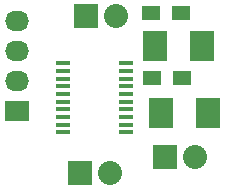
<source format=gts>
G04 #@! TF.FileFunction,Soldermask,Top*
%FSLAX46Y46*%
G04 Gerber Fmt 4.6, Leading zero omitted, Abs format (unit mm)*
G04 Created by KiCad (PCBNEW 4.0.1-stable) date 5/28/2016 10:09:11 PM*
%MOMM*%
G01*
G04 APERTURE LIST*
%ADD10C,0.100000*%
%ADD11R,1.500000X1.250000*%
%ADD12R,2.000000X2.500000*%
%ADD13R,2.032000X2.032000*%
%ADD14O,2.032000X2.032000*%
%ADD15R,2.032000X1.727200*%
%ADD16O,2.032000X1.727200*%
%ADD17R,1.270000X0.406400*%
G04 APERTURE END LIST*
D10*
D11*
X142750000Y-99220000D03*
X145250000Y-99220000D03*
D12*
X143030000Y-101980000D03*
X147030000Y-101980000D03*
D11*
X142820000Y-104750000D03*
X145320000Y-104750000D03*
D12*
X143530000Y-107720000D03*
X147530000Y-107720000D03*
D13*
X137240000Y-99520000D03*
D14*
X139780000Y-99520000D03*
D15*
X131410000Y-107520000D03*
D16*
X131410000Y-104980000D03*
X131410000Y-102440000D03*
X131410000Y-99900000D03*
D13*
X136700000Y-112810000D03*
D14*
X139240000Y-112810000D03*
D13*
X143950000Y-111450000D03*
D14*
X146490000Y-111450000D03*
D17*
X135243000Y-103479000D03*
X135243000Y-104114000D03*
X135243000Y-104774400D03*
X135243000Y-105434800D03*
X135243000Y-106069800D03*
X135243000Y-106730200D03*
X135243000Y-107390600D03*
X135243000Y-108025600D03*
X135243000Y-108686000D03*
X135243000Y-109321000D03*
X140577000Y-109321000D03*
X140577000Y-108686000D03*
X140577000Y-108025600D03*
X140577000Y-107390600D03*
X140577000Y-106730200D03*
X140577000Y-106069800D03*
X140577000Y-105434800D03*
X140577000Y-104774400D03*
X140577000Y-104114000D03*
X140577000Y-103479000D03*
M02*

</source>
